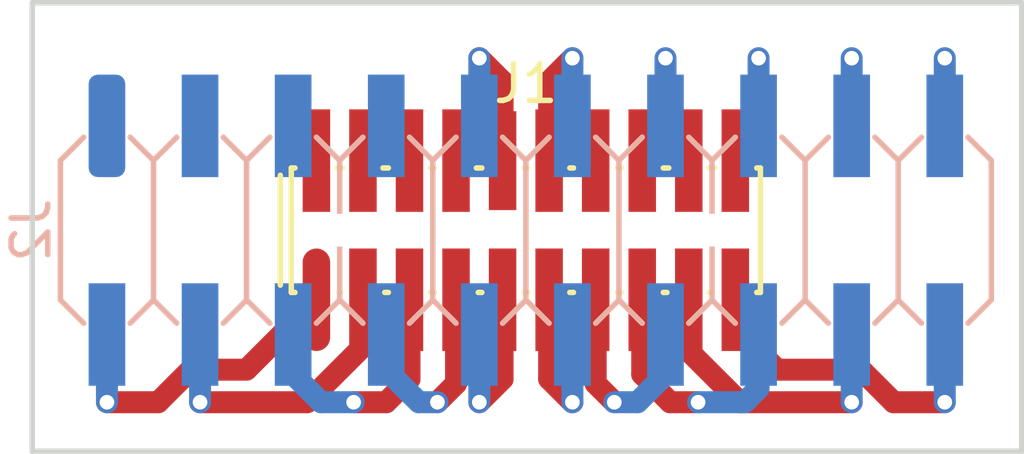
<source format=kicad_pcb>
(kicad_pcb (version 20171130) (host pcbnew 5.0.0-fee4fd1~66~ubuntu18.04.1)

  (general
    (thickness 1.6)
    (drawings 4)
    (tracks 73)
    (zones 0)
    (modules 2)
    (nets 21)
  )

  (page A4)
  (layers
    (0 F.Cu signal)
    (31 B.Cu signal)
    (32 B.Adhes user)
    (33 F.Adhes user)
    (34 B.Paste user)
    (35 F.Paste user)
    (36 B.SilkS user)
    (37 F.SilkS user)
    (38 B.Mask user)
    (39 F.Mask user)
    (40 Dwgs.User user)
    (41 Cmts.User user)
    (42 Eco1.User user)
    (43 Eco2.User user)
    (44 Edge.Cuts user)
    (45 Margin user)
    (46 B.CrtYd user)
    (47 F.CrtYd user)
    (48 B.Fab user)
    (49 F.Fab user)
  )

  (setup
    (last_trace_width 0.6)
    (user_trace_width 0.1524)
    (user_trace_width 0.2)
    (user_trace_width 0.3)
    (user_trace_width 0.4)
    (user_trace_width 0.6)
    (user_trace_width 1)
    (user_trace_width 1.5)
    (user_trace_width 2)
    (trace_clearance 0.1524)
    (zone_clearance 0.508)
    (zone_45_only no)
    (trace_min 0.1524)
    (segment_width 0.2)
    (edge_width 0.15)
    (via_size 0.381)
    (via_drill 0.254)
    (via_min_size 0.381)
    (via_min_drill 0.254)
    (user_via 0.381 0.254)
    (user_via 0.55 0.4)
    (user_via 0.75 0.6)
    (user_via 0.95 0.8)
    (user_via 1.3 1)
    (user_via 1.5 1.2)
    (user_via 1.7 1.4)
    (user_via 1.9 1.6)
    (uvia_size 0.381)
    (uvia_drill 0.254)
    (uvias_allowed no)
    (uvia_min_size 0.381)
    (uvia_min_drill 0.254)
    (pcb_text_width 0.3)
    (pcb_text_size 1.5 1.5)
    (mod_edge_width 0.15)
    (mod_text_size 1 1)
    (mod_text_width 0.15)
    (pad_size 1.524 1.524)
    (pad_drill 0.762)
    (pad_to_mask_clearance 0.1)
    (aux_axis_origin 0 0)
    (visible_elements FFFFFF7F)
    (pcbplotparams
      (layerselection 0x00030_80000001)
      (usegerberextensions false)
      (usegerberattributes false)
      (usegerberadvancedattributes false)
      (creategerberjobfile false)
      (excludeedgelayer true)
      (linewidth 0.100000)
      (plotframeref false)
      (viasonmask false)
      (mode 1)
      (useauxorigin false)
      (hpglpennumber 1)
      (hpglpenspeed 20)
      (hpglpendiameter 15.000000)
      (psnegative false)
      (psa4output false)
      (plotreference true)
      (plotvalue true)
      (plotinvisibletext false)
      (padsonsilk false)
      (subtractmaskfromsilk false)
      (outputformat 1)
      (mirror false)
      (drillshape 1)
      (scaleselection 1)
      (outputdirectory ""))
  )

  (net 0 "")
  (net 1 /pin01)
  (net 2 /pin02)
  (net 3 /pin03)
  (net 4 /pin04)
  (net 5 /pin05)
  (net 6 /pin06)
  (net 7 /pin07)
  (net 8 /pin08)
  (net 9 /pin09)
  (net 10 /pin10)
  (net 11 /pin11)
  (net 12 /pin12)
  (net 13 /pin13)
  (net 14 /pin14)
  (net 15 /pin15)
  (net 16 /pin16)
  (net 17 /pin17)
  (net 18 /pin18)
  (net 19 /pin19)
  (net 20 /pin20)

  (net_class Default "This is the default net class."
    (clearance 0.1524)
    (trace_width 0.1524)
    (via_dia 0.381)
    (via_drill 0.254)
    (uvia_dia 0.381)
    (uvia_drill 0.254)
    (add_net /pin01)
    (add_net /pin02)
    (add_net /pin03)
    (add_net /pin04)
    (add_net /pin05)
    (add_net /pin06)
    (add_net /pin07)
    (add_net /pin08)
    (add_net /pin09)
    (add_net /pin10)
    (add_net /pin11)
    (add_net /pin12)
    (add_net /pin13)
    (add_net /pin14)
    (add_net /pin15)
    (add_net /pin16)
    (add_net /pin17)
    (add_net /pin18)
    (add_net /pin19)
    (add_net /pin20)
  )

  (module SquantorConnectors:Header-0127-2X10-SMD (layer F.Cu) (tedit 5B47B90D) (tstamp 5B812029)
    (at 132.969 84.963)
    (path /5B7C69D3)
    (fp_text reference J1 (at 0 -4) (layer F.SilkS)
      (effects (font (size 1 1) (thickness 0.15)))
    )
    (fp_text value PINS_2X10 (at 0 4) (layer F.Fab)
      (effects (font (size 1 1) (thickness 0.15)))
    )
    (fp_line (start 5 -1.7) (end 5.15 -1.7) (layer F.SilkS) (width 0.15))
    (fp_line (start 3.75 -1.7) (end 3.9 -1.7) (layer F.SilkS) (width 0.15))
    (fp_line (start 2.5 -1.7) (end 2.6 -1.7) (layer F.SilkS) (width 0.15))
    (fp_line (start 1.2 -1.7) (end 1.3 -1.7) (layer F.SilkS) (width 0.15))
    (fp_line (start -0.05 -1.7) (end 0.05 -1.7) (layer F.SilkS) (width 0.15))
    (fp_line (start -1.35 -1.7) (end -1.2 -1.7) (layer F.SilkS) (width 0.15))
    (fp_line (start -2.6 -1.7) (end -2.5 -1.7) (layer F.SilkS) (width 0.15))
    (fp_line (start -3.9 -1.7) (end -3.75 -1.7) (layer F.SilkS) (width 0.15))
    (fp_line (start -5.15 -1.7) (end -5 -1.7) (layer F.SilkS) (width 0.15))
    (fp_line (start 5 1.7) (end 5.1 1.7) (layer F.SilkS) (width 0.15))
    (fp_line (start 3.75 1.7) (end 3.85 1.7) (layer F.SilkS) (width 0.15))
    (fp_line (start 2.5 1.7) (end 2.6 1.7) (layer F.SilkS) (width 0.15))
    (fp_line (start 1.2 1.7) (end 1.3 1.7) (layer F.SilkS) (width 0.15))
    (fp_line (start -0.05 1.7) (end 0.05 1.7) (layer F.SilkS) (width 0.15))
    (fp_line (start -1.3 1.7) (end -1.2 1.7) (layer F.SilkS) (width 0.15))
    (fp_line (start -2.6 1.7) (end -2.5 1.7) (layer F.SilkS) (width 0.15))
    (fp_line (start -3.85 1.7) (end -3.75 1.7) (layer F.SilkS) (width 0.15))
    (fp_line (start -5.1 1.7) (end -5.05 1.7) (layer F.SilkS) (width 0.15))
    (fp_line (start 6.4 -1.7) (end 6.3 -1.7) (layer F.SilkS) (width 0.15))
    (fp_line (start 6.4 1.7) (end 6.4 -1.7) (layer F.SilkS) (width 0.15))
    (fp_line (start 6.3 1.7) (end 6.4 1.7) (layer F.SilkS) (width 0.15))
    (fp_line (start -6.4 -1.7) (end -6.3 -1.7) (layer F.SilkS) (width 0.15))
    (fp_line (start -6.4 1.7) (end -6.4 -1.7) (layer F.SilkS) (width 0.15))
    (fp_line (start -6.3 1.7) (end -6.4 1.7) (layer F.SilkS) (width 0.15))
    (fp_line (start -6.7 -1.5) (end -6.7 1.5) (layer F.SilkS) (width 0.15))
    (pad 1 smd oval (at -5.715 1.9) (size 0.75 2.8) (layers F.Cu F.Paste F.Mask)
      (net 1 /pin01))
    (pad 2 smd rect (at -5.715 -1.9) (size 0.75 2.8) (layers F.Cu F.Paste F.Mask)
      (net 2 /pin02))
    (pad 3 smd rect (at -4.445 1.9) (size 0.75 2.8) (layers F.Cu F.Paste F.Mask)
      (net 3 /pin03))
    (pad 4 smd rect (at -4.445 -1.9) (size 0.75 2.8) (layers F.Cu F.Paste F.Mask)
      (net 4 /pin04))
    (pad 5 smd rect (at -3.175 1.9) (size 0.75 2.8) (layers F.Cu F.Paste F.Mask)
      (net 5 /pin05))
    (pad 6 smd rect (at -3.175 -1.9) (size 0.75 2.8) (layers F.Cu F.Paste F.Mask)
      (net 6 /pin06))
    (pad 7 smd rect (at -1.905 1.9) (size 0.75 2.8) (layers F.Cu F.Paste F.Mask)
      (net 7 /pin07))
    (pad 8 smd rect (at -1.905 -1.9) (size 0.75 2.8) (layers F.Cu F.Paste F.Mask)
      (net 8 /pin08))
    (pad 9 smd rect (at -0.635 1.9) (size 0.75 2.8) (layers F.Cu F.Paste F.Mask)
      (net 9 /pin09))
    (pad 10 smd rect (at -0.635 -1.9) (size 0.75 2.7) (layers F.Cu F.Paste F.Mask)
      (net 10 /pin10))
    (pad 11 smd rect (at 0.635 1.9) (size 0.75 2.8) (layers F.Cu F.Paste F.Mask)
      (net 11 /pin11))
    (pad 12 smd rect (at 0.635 -1.9) (size 0.75 2.8) (layers F.Cu F.Paste F.Mask)
      (net 12 /pin12))
    (pad 13 smd rect (at 1.905 1.9) (size 0.75 2.8) (layers F.Cu F.Paste F.Mask)
      (net 13 /pin13))
    (pad 14 smd rect (at 1.905 -1.9) (size 0.75 2.8) (layers F.Cu F.Paste F.Mask)
      (net 14 /pin14))
    (pad 15 smd rect (at 3.175 1.9) (size 0.75 2.8) (layers F.Cu F.Paste F.Mask)
      (net 15 /pin15))
    (pad 16 smd rect (at 3.175 -1.9) (size 0.75 2.8) (layers F.Cu F.Paste F.Mask)
      (net 16 /pin16))
    (pad 17 smd rect (at 4.445 1.9) (size 0.75 2.8) (layers F.Cu F.Paste F.Mask)
      (net 17 /pin17))
    (pad 18 smd rect (at 4.445 -1.9) (size 0.75 2.8) (layers F.Cu F.Paste F.Mask)
      (net 18 /pin18))
    (pad 19 smd rect (at 5.715 1.9) (size 0.75 2.8) (layers F.Cu F.Paste F.Mask)
      (net 19 /pin19))
    (pad 20 smd rect (at 5.715 -1.9) (size 0.75 2.8) (layers F.Cu F.Paste F.Mask)
      (net 20 /pin20))
    (pad "" np_thru_hole circle (at -5.08 0) (size 0.9 0.9) (drill 0.9) (layers *.Cu *.Mask))
    (pad "" np_thru_hole circle (at 5.08 0) (size 0.9 0.9) (drill 0.9) (layers *.Cu *.Mask))
  )

  (module SquantorConnectors:Header-0245-2X10-SMD (layer B.Cu) (tedit 5B7C6DD8) (tstamp 5B812074)
    (at 132.969 84.963)
    (descr "PIN HEADER")
    (tags "PIN HEADER")
    (path /5B7C81B4)
    (attr virtual)
    (fp_text reference J2 (at -13.5 0 -90) (layer B.SilkS)
      (effects (font (size 1 1) (thickness 0.15)) (justify mirror))
    )
    (fp_text value PINS_2X10 (at 0 -5.1) (layer B.Fab)
      (effects (font (size 1 1) (thickness 0.15)) (justify mirror))
    )
    (fp_line (start -12.7 -1.905) (end -12.065 -2.54) (layer B.SilkS) (width 0.15))
    (fp_line (start -10.795 -2.54) (end -10.16 -1.905) (layer B.SilkS) (width 0.15))
    (fp_line (start -10.16 -1.905) (end -9.525 -2.54) (layer B.SilkS) (width 0.15))
    (fp_line (start -8.255 -2.54) (end -7.62 -1.905) (layer B.SilkS) (width 0.15))
    (fp_line (start -7.62 -1.905) (end -6.985 -2.54) (layer B.SilkS) (width 0.15))
    (fp_line (start -5.715 -2.54) (end -5.08 -1.905) (layer B.SilkS) (width 0.15))
    (fp_line (start -5.08 -1.905) (end -4.445 -2.54) (layer B.SilkS) (width 0.15))
    (fp_line (start -3.175 -2.54) (end -2.54 -1.905) (layer B.SilkS) (width 0.15))
    (fp_line (start -2.54 -1.905) (end -1.905 -2.54) (layer B.SilkS) (width 0.15))
    (fp_line (start -0.635 -2.54) (end 0 -1.905) (layer B.SilkS) (width 0.15))
    (fp_line (start 0 -1.905) (end 0.635 -2.54) (layer B.SilkS) (width 0.15))
    (fp_line (start 1.905 -2.54) (end 2.54 -1.905) (layer B.SilkS) (width 0.15))
    (fp_line (start -12.7 -1.905) (end -12.7 1.905) (layer B.SilkS) (width 0.15))
    (fp_line (start -12.7 1.905) (end -12.065 2.54) (layer B.SilkS) (width 0.15))
    (fp_line (start -10.795 2.54) (end -10.16 1.905) (layer B.SilkS) (width 0.15))
    (fp_line (start -10.16 1.905) (end -9.525 2.54) (layer B.SilkS) (width 0.15))
    (fp_line (start -8.255 2.54) (end -7.62 1.905) (layer B.SilkS) (width 0.15))
    (fp_line (start -7.62 1.905) (end -6.985 2.54) (layer B.SilkS) (width 0.15))
    (fp_line (start -5.715 2.54) (end -5.08 1.905) (layer B.SilkS) (width 0.15))
    (fp_line (start -5.08 1.905) (end -4.445 2.54) (layer B.SilkS) (width 0.15))
    (fp_line (start -3.175 2.54) (end -2.54 1.905) (layer B.SilkS) (width 0.15))
    (fp_line (start -2.54 1.905) (end -1.905 2.54) (layer B.SilkS) (width 0.15))
    (fp_line (start -0.635 2.54) (end 0 1.905) (layer B.SilkS) (width 0.15))
    (fp_line (start 0 1.905) (end 0.635 2.54) (layer B.SilkS) (width 0.15))
    (fp_line (start 1.905 2.54) (end 2.54 1.905) (layer B.SilkS) (width 0.15))
    (fp_line (start 2.54 1.905) (end 3.175 2.54) (layer B.SilkS) (width 0.15))
    (fp_line (start 4.445 2.54) (end 5.08 1.905) (layer B.SilkS) (width 0.15))
    (fp_line (start 5.08 1.905) (end 5.715 2.54) (layer B.SilkS) (width 0.15))
    (fp_line (start 6.985 2.54) (end 7.62 1.905) (layer B.SilkS) (width 0.15))
    (fp_line (start 7.62 1.905) (end 8.255 2.54) (layer B.SilkS) (width 0.15))
    (fp_line (start 9.525 2.54) (end 10.16 1.905) (layer B.SilkS) (width 0.15))
    (fp_line (start 10.16 -1.905) (end 9.525 -2.54) (layer B.SilkS) (width 0.15))
    (fp_line (start 7.62 -1.905) (end 8.255 -2.54) (layer B.SilkS) (width 0.15))
    (fp_line (start 7.62 -1.905) (end 6.985 -2.54) (layer B.SilkS) (width 0.15))
    (fp_line (start 5.08 -1.905) (end 5.715 -2.54) (layer B.SilkS) (width 0.15))
    (fp_line (start 5.08 -1.905) (end 4.445 -2.54) (layer B.SilkS) (width 0.15))
    (fp_line (start 2.54 -1.905) (end 3.175 -2.54) (layer B.SilkS) (width 0.15))
    (fp_line (start -10.16 1.905) (end -10.16 -1.905) (layer B.SilkS) (width 0.15))
    (fp_line (start -7.62 1.905) (end -7.62 -1.905) (layer B.SilkS) (width 0.15))
    (fp_line (start -5.08 1.905) (end -5.08 -1.905) (layer B.SilkS) (width 0.15))
    (fp_line (start -2.54 1.905) (end -2.54 -1.905) (layer B.SilkS) (width 0.15))
    (fp_line (start 0 1.905) (end 0 -1.905) (layer B.SilkS) (width 0.15))
    (fp_line (start 2.54 1.905) (end 2.54 -1.905) (layer B.SilkS) (width 0.15))
    (fp_line (start 5.08 1.905) (end 5.08 -1.905) (layer B.SilkS) (width 0.15))
    (fp_line (start 7.62 1.905) (end 7.62 -1.905) (layer B.SilkS) (width 0.15))
    (fp_line (start 10.16 1.905) (end 10.16 -1.905) (layer B.SilkS) (width 0.15))
    (fp_line (start 10.16 1.905) (end 10.795 2.54) (layer B.SilkS) (width 0.15))
    (fp_line (start 12.065 2.54) (end 12.7 1.905) (layer B.SilkS) (width 0.15))
    (fp_line (start 12.7 -1.905) (end 12.065 -2.54) (layer B.SilkS) (width 0.15))
    (fp_line (start 10.16 -1.905) (end 10.795 -2.54) (layer B.SilkS) (width 0.15))
    (fp_line (start 12.7 1.905) (end 12.7 -1.905) (layer B.SilkS) (width 0.15))
    (pad 1 smd roundrect (at -11.43 -2.85) (size 1 2.8) (layers B.Cu B.Paste B.Mask) (roundrect_rratio 0.25)
      (net 2 /pin02))
    (pad 2 smd rect (at -11.43 2.85) (size 1 2.8) (layers B.Cu B.Paste B.Mask)
      (net 1 /pin01))
    (pad 3 smd rect (at -8.89 -2.85) (size 1 2.8) (layers B.Cu B.Paste B.Mask)
      (net 4 /pin04))
    (pad 4 smd rect (at -8.89 2.85) (size 1 2.8) (layers B.Cu B.Paste B.Mask)
      (net 3 /pin03))
    (pad 5 smd rect (at -6.35 -2.85) (size 1 2.8) (layers B.Cu B.Paste B.Mask)
      (net 6 /pin06))
    (pad 6 smd rect (at -6.35 2.85) (size 1 2.8) (layers B.Cu B.Paste B.Mask)
      (net 5 /pin05))
    (pad 7 smd rect (at -3.81 -2.85) (size 1 2.8) (layers B.Cu B.Paste B.Mask)
      (net 8 /pin08))
    (pad 8 smd rect (at -3.81 2.85) (size 1 2.8) (layers B.Cu B.Paste B.Mask)
      (net 7 /pin07))
    (pad 9 smd rect (at -1.27 -2.85) (size 1 2.8) (layers B.Cu B.Paste B.Mask)
      (net 10 /pin10))
    (pad 10 smd rect (at -1.27 2.85) (size 1 2.8) (layers B.Cu B.Paste B.Mask)
      (net 9 /pin09))
    (pad 11 smd rect (at 1.27 -2.85) (size 1 2.8) (layers B.Cu B.Paste B.Mask)
      (net 12 /pin12))
    (pad 12 smd rect (at 1.27 2.85) (size 1 2.8) (layers B.Cu B.Paste B.Mask)
      (net 11 /pin11))
    (pad 13 smd rect (at 3.81 -2.85) (size 1 2.8) (layers B.Cu B.Paste B.Mask)
      (net 14 /pin14))
    (pad 14 smd rect (at 3.81 2.85) (size 1 2.8) (layers B.Cu B.Paste B.Mask)
      (net 13 /pin13))
    (pad 15 smd rect (at 6.35 -2.85) (size 1 2.8) (layers B.Cu B.Paste B.Mask)
      (net 16 /pin16))
    (pad 16 smd rect (at 6.35 2.85) (size 1 2.8) (layers B.Cu B.Paste B.Mask)
      (net 15 /pin15))
    (pad 17 smd rect (at 8.89 -2.85) (size 1 2.8) (layers B.Cu B.Paste B.Mask)
      (net 18 /pin18))
    (pad 18 smd rect (at 8.89 2.85) (size 1 2.8) (layers B.Cu B.Paste B.Mask)
      (net 17 /pin17))
    (pad 19 smd rect (at 11.43 -2.85) (size 1 2.8) (layers B.Cu B.Paste B.Mask)
      (net 20 /pin20))
    (pad 20 smd rect (at 11.43 2.85) (size 1 2.8) (layers B.Cu B.Paste B.Mask)
      (net 19 /pin19))
  )

  (gr_line (start 119.5 91) (end 119.5 78.75) (layer Edge.Cuts) (width 0.15) (tstamp 5B81273D))
  (gr_line (start 146.5 91) (end 119.5 91) (layer Edge.Cuts) (width 0.15))
  (gr_line (start 146.5 78.75) (end 146.5 91) (layer Edge.Cuts) (width 0.15))
  (gr_line (start 119.5 78.75) (end 146.5 78.75) (layer Edge.Cuts) (width 0.15))

  (segment (start 127.254 86.863) (end 125.344 88.773) (width 0.6) (layer F.Cu) (net 1))
  (segment (start 125.344 88.773) (end 123.825 88.773) (width 0.6) (layer F.Cu) (net 1))
  (segment (start 123.825 88.773) (end 122.936 89.662) (width 0.6) (layer F.Cu) (net 1))
  (via (at 121.539 89.662) (size 0.55) (drill 0.4) (layers F.Cu B.Cu) (net 1))
  (segment (start 122.936 89.662) (end 121.539 89.662) (width 0.6) (layer F.Cu) (net 1))
  (segment (start 121.539 87.813) (end 121.539 89.662) (width 0.6) (layer B.Cu) (net 1))
  (segment (start 128.524 86.863) (end 128.524 88.138) (width 0.6) (layer F.Cu) (net 3))
  (segment (start 128.524 88.138) (end 127 89.662) (width 0.6) (layer F.Cu) (net 3))
  (via (at 124.079 89.662) (size 0.55) (drill 0.4) (layers F.Cu B.Cu) (net 3))
  (segment (start 127 89.662) (end 124.079 89.662) (width 0.6) (layer F.Cu) (net 3))
  (segment (start 124.079 87.813) (end 124.079 89.662) (width 0.6) (layer B.Cu) (net 3))
  (segment (start 126.619 88.9) (end 126.619 87.813) (width 0.6) (layer B.Cu) (net 5))
  (segment (start 128.27 89.662) (end 129.159 89.662) (width 0.6) (layer F.Cu) (net 5))
  (segment (start 129.159 89.662) (end 129.794 89.027) (width 0.6) (layer F.Cu) (net 5))
  (via (at 128.27 89.662) (size 0.55) (drill 0.4) (layers F.Cu B.Cu) (net 5))
  (segment (start 129.794 89.027) (end 129.794 86.863) (width 0.6) (layer F.Cu) (net 5))
  (segment (start 127.381 89.662) (end 126.619 88.9) (width 0.6) (layer B.Cu) (net 5))
  (segment (start 128.27 89.662) (end 127.381 89.662) (width 0.6) (layer B.Cu) (net 5))
  (segment (start 131.064 86.863) (end 131.064 89.154) (width 0.6) (layer F.Cu) (net 7))
  (via (at 130.556 89.662) (size 0.55) (drill 0.4) (layers F.Cu B.Cu) (net 7))
  (segment (start 131.064 89.154) (end 130.556 89.662) (width 0.6) (layer F.Cu) (net 7))
  (segment (start 130.556 89.662) (end 130.048 89.662) (width 0.6) (layer B.Cu) (net 7))
  (segment (start 129.159 88.773) (end 129.159 87.813) (width 0.6) (layer B.Cu) (net 7))
  (segment (start 130.048 89.662) (end 129.159 88.773) (width 0.6) (layer B.Cu) (net 7))
  (via (at 131.699 89.662) (size 0.55) (drill 0.4) (layers F.Cu B.Cu) (net 9))
  (segment (start 131.699 87.813) (end 131.699 89.662) (width 0.6) (layer B.Cu) (net 9))
  (segment (start 132.334 89.027) (end 131.699 89.662) (width 0.6) (layer F.Cu) (net 9))
  (segment (start 132.334 86.863) (end 132.334 89.027) (width 0.6) (layer F.Cu) (net 9))
  (via (at 131.699 80.264) (size 0.55) (drill 0.4) (layers F.Cu B.Cu) (net 10))
  (segment (start 131.699 82.113) (end 131.699 80.264) (width 0.6) (layer B.Cu) (net 10))
  (segment (start 132.334 80.899) (end 131.699 80.264) (width 0.6) (layer F.Cu) (net 10))
  (segment (start 132.334 83.063) (end 132.334 80.899) (width 0.6) (layer F.Cu) (net 10))
  (via (at 134.239 89.662) (size 0.55) (drill 0.4) (layers F.Cu B.Cu) (net 11))
  (segment (start 134.239 87.813) (end 134.239 89.662) (width 0.6) (layer B.Cu) (net 11))
  (segment (start 133.604 89.027) (end 134.239 89.662) (width 0.6) (layer F.Cu) (net 11))
  (segment (start 133.604 86.863) (end 133.604 89.027) (width 0.6) (layer F.Cu) (net 11))
  (via (at 134.239 80.264) (size 0.55) (drill 0.4) (layers F.Cu B.Cu) (net 12))
  (segment (start 134.239 82.113) (end 134.239 80.264) (width 0.6) (layer B.Cu) (net 12))
  (segment (start 133.604 80.899) (end 133.604 83.063) (width 0.6) (layer F.Cu) (net 12))
  (segment (start 134.239 80.264) (end 133.604 80.899) (width 0.6) (layer F.Cu) (net 12))
  (segment (start 134.874 86.863) (end 134.874 89.154) (width 0.6) (layer F.Cu) (net 13))
  (via (at 135.382 89.662) (size 0.55) (drill 0.4) (layers F.Cu B.Cu) (net 13))
  (segment (start 134.874 89.154) (end 135.382 89.662) (width 0.6) (layer F.Cu) (net 13))
  (segment (start 135.382 89.662) (end 136.017 89.662) (width 0.6) (layer B.Cu) (net 13))
  (segment (start 136.779 88.9) (end 136.779 87.813) (width 0.6) (layer B.Cu) (net 13))
  (segment (start 136.017 89.662) (end 136.779 88.9) (width 0.6) (layer B.Cu) (net 13))
  (via (at 136.779 80.264) (size 0.55) (drill 0.4) (layers F.Cu B.Cu) (net 14))
  (segment (start 136.779 82.113) (end 136.779 80.264) (width 0.6) (layer B.Cu) (net 14))
  (segment (start 139.319 89.281) (end 139.319 87.813) (width 0.6) (layer B.Cu) (net 15))
  (segment (start 137.668 89.662) (end 136.906 89.662) (width 0.6) (layer F.Cu) (net 15))
  (segment (start 136.906 89.662) (end 136.144 88.9) (width 0.6) (layer F.Cu) (net 15))
  (via (at 137.668 89.662) (size 0.55) (drill 0.4) (layers F.Cu B.Cu) (net 15))
  (segment (start 136.144 88.9) (end 136.144 86.863) (width 0.6) (layer F.Cu) (net 15))
  (segment (start 137.668 89.662) (end 138.938 89.662) (width 0.6) (layer B.Cu) (net 15))
  (segment (start 138.938 89.662) (end 139.319 89.281) (width 0.6) (layer B.Cu) (net 15))
  (via (at 139.319 80.264) (size 0.55) (drill 0.4) (layers F.Cu B.Cu) (net 16))
  (segment (start 139.319 82.113) (end 139.319 80.264) (width 0.6) (layer B.Cu) (net 16))
  (via (at 141.859 89.662) (size 0.55) (drill 0.4) (layers F.Cu B.Cu) (net 17))
  (segment (start 141.859 87.813) (end 141.859 89.662) (width 0.6) (layer B.Cu) (net 17))
  (segment (start 137.414 86.863) (end 137.414 88.265) (width 0.6) (layer F.Cu) (net 17))
  (segment (start 138.811 89.662) (end 141.859 89.662) (width 0.6) (layer F.Cu) (net 17))
  (segment (start 137.414 88.265) (end 138.811 89.662) (width 0.6) (layer F.Cu) (net 17))
  (via (at 141.859 80.264) (size 0.55) (drill 0.4) (layers F.Cu B.Cu) (net 18))
  (segment (start 141.859 82.113) (end 141.859 80.264) (width 0.6) (layer B.Cu) (net 18))
  (via (at 144.399 89.662) (size 0.55) (drill 0.4) (layers F.Cu B.Cu) (net 19))
  (segment (start 144.399 87.813) (end 144.399 89.662) (width 0.6) (layer B.Cu) (net 19))
  (segment (start 138.684 87.63) (end 139.827 88.773) (width 0.6) (layer F.Cu) (net 19))
  (segment (start 138.684 86.863) (end 138.684 87.63) (width 0.6) (layer F.Cu) (net 19))
  (segment (start 143.002 89.662) (end 144.399 89.662) (width 0.6) (layer F.Cu) (net 19))
  (segment (start 139.827 88.773) (end 142.113 88.773) (width 0.6) (layer F.Cu) (net 19))
  (segment (start 142.113 88.773) (end 143.002 89.662) (width 0.6) (layer F.Cu) (net 19))
  (via (at 144.399 80.264) (size 0.55) (drill 0.4) (layers F.Cu B.Cu) (net 20))
  (segment (start 144.399 82.113) (end 144.399 80.264) (width 0.6) (layer B.Cu) (net 20))

)

</source>
